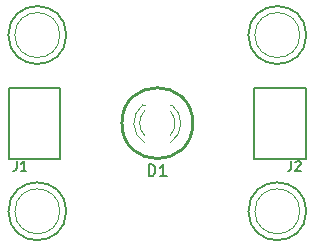
<source format=gbr>
%TF.GenerationSoftware,KiCad,Pcbnew,7.0.2-6a45011f42~172~ubuntu22.04.1*%
%TF.CreationDate,2023-09-06T17:33:04-07:00*%
%TF.ProjectId,basic_led,62617369-635f-46c6-9564-2e6b69636164,rev?*%
%TF.SameCoordinates,Original*%
%TF.FileFunction,Legend,Top*%
%TF.FilePolarity,Positive*%
%FSLAX46Y46*%
G04 Gerber Fmt 4.6, Leading zero omitted, Abs format (unit mm)*
G04 Created by KiCad (PCBNEW 7.0.2-6a45011f42~172~ubuntu22.04.1) date 2023-09-06 17:33:04*
%MOMM*%
%LPD*%
G01*
G04 APERTURE LIST*
%ADD10C,0.250000*%
%ADD11C,0.150000*%
%ADD12C,0.160000*%
%ADD13C,0.050000*%
%ADD14C,0.120000*%
G04 APERTURE END LIST*
D10*
X65700000Y-60000000D02*
G75*
G03*
X65700000Y-60000000I-3000000J0D01*
G01*
D11*
%TO.C,D1*%
X61961905Y-64482619D02*
X61961905Y-63482619D01*
X61961905Y-63482619D02*
X62200000Y-63482619D01*
X62200000Y-63482619D02*
X62342857Y-63530238D01*
X62342857Y-63530238D02*
X62438095Y-63625476D01*
X62438095Y-63625476D02*
X62485714Y-63720714D01*
X62485714Y-63720714D02*
X62533333Y-63911190D01*
X62533333Y-63911190D02*
X62533333Y-64054047D01*
X62533333Y-64054047D02*
X62485714Y-64244523D01*
X62485714Y-64244523D02*
X62438095Y-64339761D01*
X62438095Y-64339761D02*
X62342857Y-64435000D01*
X62342857Y-64435000D02*
X62200000Y-64482619D01*
X62200000Y-64482619D02*
X61961905Y-64482619D01*
X63485714Y-64482619D02*
X62914286Y-64482619D01*
X63200000Y-64482619D02*
X63200000Y-63482619D01*
X63200000Y-63482619D02*
X63104762Y-63625476D01*
X63104762Y-63625476D02*
X63009524Y-63720714D01*
X63009524Y-63720714D02*
X62914286Y-63768333D01*
D12*
%TO.C,J1*%
X50813333Y-63210095D02*
X50813333Y-63781523D01*
X50813333Y-63781523D02*
X50775238Y-63895809D01*
X50775238Y-63895809D02*
X50699047Y-63972000D01*
X50699047Y-63972000D02*
X50584762Y-64010095D01*
X50584762Y-64010095D02*
X50508571Y-64010095D01*
X51613333Y-64010095D02*
X51156190Y-64010095D01*
X51384762Y-64010095D02*
X51384762Y-63210095D01*
X51384762Y-63210095D02*
X51308571Y-63324380D01*
X51308571Y-63324380D02*
X51232381Y-63400571D01*
X51232381Y-63400571D02*
X51156190Y-63438666D01*
%TO.C,J2*%
X74053333Y-63210095D02*
X74053333Y-63781523D01*
X74053333Y-63781523D02*
X74015238Y-63895809D01*
X74015238Y-63895809D02*
X73939047Y-63972000D01*
X73939047Y-63972000D02*
X73824762Y-64010095D01*
X73824762Y-64010095D02*
X73748571Y-64010095D01*
X74396190Y-63286285D02*
X74434286Y-63248190D01*
X74434286Y-63248190D02*
X74510476Y-63210095D01*
X74510476Y-63210095D02*
X74700952Y-63210095D01*
X74700952Y-63210095D02*
X74777143Y-63248190D01*
X74777143Y-63248190D02*
X74815238Y-63286285D01*
X74815238Y-63286285D02*
X74853333Y-63362476D01*
X74853333Y-63362476D02*
X74853333Y-63438666D01*
X74853333Y-63438666D02*
X74815238Y-63552952D01*
X74815238Y-63552952D02*
X74358095Y-64010095D01*
X74358095Y-64010095D02*
X74853333Y-64010095D01*
D13*
%TO.C,M1*%
X54440000Y-52540000D02*
G75*
G03*
X54440000Y-52540000I-1900000J0D01*
G01*
D11*
X54990000Y-52540000D02*
G75*
G03*
X54990000Y-52540000I-2450000J0D01*
G01*
D13*
%TO.C,M2*%
X74760000Y-52540000D02*
G75*
G03*
X74760000Y-52540000I-1900000J0D01*
G01*
D11*
X75310000Y-52540000D02*
G75*
G03*
X75310000Y-52540000I-2450000J0D01*
G01*
D13*
%TO.C,M3*%
X74760000Y-67460000D02*
G75*
G03*
X74760000Y-67460000I-1900000J0D01*
G01*
D11*
X75310000Y-67460000D02*
G75*
G03*
X75310000Y-67460000I-2450000J0D01*
G01*
D13*
%TO.C,M4*%
X54440000Y-67460000D02*
G75*
G03*
X54440000Y-67460000I-1900000J0D01*
G01*
D11*
X54990000Y-67460000D02*
G75*
G03*
X54990000Y-67460000I-2450000J0D01*
G01*
D14*
%TO.C,D1*%
X63936000Y-58440000D02*
X63780000Y-58440000D01*
X61620000Y-58440000D02*
X61464000Y-58440000D01*
X63778608Y-61672334D02*
G75*
G03*
X63935515Y-58440001I-1078608J1672334D01*
G01*
X63779836Y-61041129D02*
G75*
G03*
X63779999Y-58959040I-1079836J1041129D01*
G01*
X61620001Y-58959040D02*
G75*
G03*
X61620164Y-61041129I1079999J-1040960D01*
G01*
X61464485Y-58440001D02*
G75*
G03*
X61621392Y-61672334I1235515J-1559999D01*
G01*
D11*
%TO.C,J1*%
X54475000Y-57000000D02*
X54475000Y-63000000D01*
X50125000Y-57000000D02*
X54475000Y-57000000D01*
X50125000Y-57000000D02*
X50125000Y-60000000D01*
X50125000Y-60000000D02*
X50125000Y-63000000D01*
X54475000Y-63000000D02*
X50125000Y-63000000D01*
%TO.C,J2*%
X70925000Y-57000000D02*
X75275000Y-57000000D01*
X75275000Y-60000000D02*
X75275000Y-57000000D01*
X75275000Y-63000000D02*
X75275000Y-60000000D01*
X75275000Y-63000000D02*
X70925000Y-63000000D01*
X70925000Y-63000000D02*
X70925000Y-57000000D01*
%TD*%
M02*

</source>
